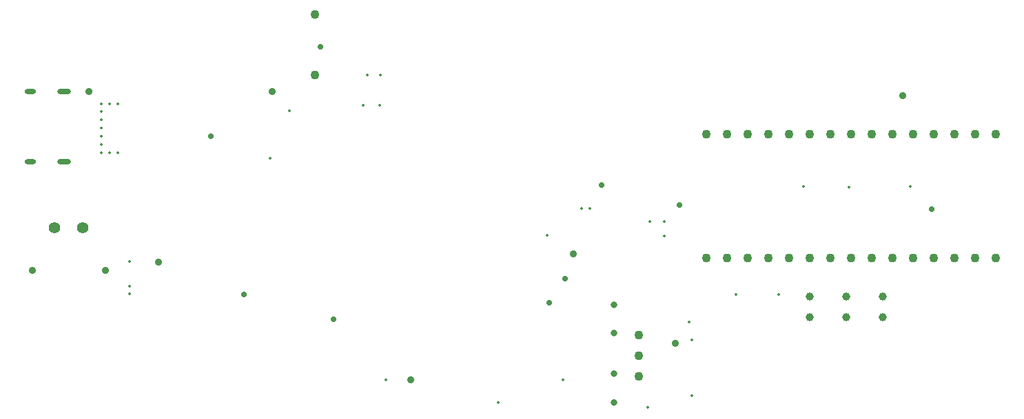
<source format=gbr>
%TF.GenerationSoftware,Altium Limited,Altium Designer,21.0.9 (235)*%
G04 Layer_Color=0*
%FSLAX45Y45*%
%MOMM*%
%TF.SameCoordinates,4BE4B6C8-753D-4877-B088-52E4D9ED0B03*%
%TF.FilePolarity,Positive*%
%TF.FileFunction,Plated,1,2,PTH,Drill*%
%TF.Part,Single*%
G01*
G75*
%TA.AperFunction,ComponentDrill*%
%ADD93C,0.90000*%
%ADD95C,1.10000*%
%ADD96C,1.00000*%
%ADD97C,0.90000*%
%ADD98C,1.40000*%
%ADD99O,1.70000X0.60000*%
%ADD100O,1.40000X0.60000*%
%ADD101C,0.80000*%
%TA.AperFunction,ViaDrill,NotFilled*%
%ADD102C,0.35000*%
%ADD103C,0.71120*%
D93*
X10900000Y6050000D02*
D03*
X8900000Y4500000D02*
D03*
D95*
X16086000Y6000000D02*
D03*
X15832001D02*
D03*
X15578000D02*
D03*
X15324001D02*
D03*
X15070000D02*
D03*
X14816000D02*
D03*
X14562000D02*
D03*
X14308000D02*
D03*
X14053999D02*
D03*
X13800000D02*
D03*
X13546001D02*
D03*
X13292000D02*
D03*
X13038000D02*
D03*
X12784000D02*
D03*
X12530000D02*
D03*
Y7524000D02*
D03*
X12784000D02*
D03*
X13038000D02*
D03*
X13292000D02*
D03*
X13546001D02*
D03*
X13800000D02*
D03*
X14053999D02*
D03*
X14308000D02*
D03*
X14562000D02*
D03*
X14816000D02*
D03*
X15070000D02*
D03*
X15324001D02*
D03*
X15578000D02*
D03*
X15832001D02*
D03*
X16086000D02*
D03*
X11700000Y5054000D02*
D03*
Y4800000D02*
D03*
Y4546000D02*
D03*
X7725000Y9000000D02*
D03*
Y8250000D02*
D03*
D96*
X14250000Y5273000D02*
D03*
Y5527000D02*
D03*
X13800000Y5273000D02*
D03*
Y5527000D02*
D03*
X14700000Y5273000D02*
D03*
Y5527000D02*
D03*
D97*
X5800000Y5950000D02*
D03*
X5150000Y5850000D02*
D03*
X4250000D02*
D03*
X12150000Y4950000D02*
D03*
X14950000Y8000000D02*
D03*
X7200000Y8050000D02*
D03*
X4950000D02*
D03*
D98*
X4875000Y6370000D02*
D03*
X4525000D02*
D03*
D99*
X4643000Y8050000D02*
D03*
Y7186000D02*
D03*
D100*
X4225000Y8050000D02*
D03*
Y7186000D02*
D03*
D101*
X11400000Y5075000D02*
D03*
Y5425000D02*
D03*
Y4225000D02*
D03*
Y4575000D02*
D03*
D102*
X7175000Y7225000D02*
D03*
X10775000Y4500000D02*
D03*
X9975000Y4225000D02*
D03*
X13425000Y5550000D02*
D03*
X12900000D02*
D03*
X11100000Y6610000D02*
D03*
X11000000D02*
D03*
X10580000Y6280000D02*
D03*
X15039999Y6880000D02*
D03*
X13730000D02*
D03*
X14289999Y6870000D02*
D03*
X12360000Y4990000D02*
D03*
X12320000Y5210000D02*
D03*
X12360000Y4310000D02*
D03*
X11810000Y4160000D02*
D03*
X5450000Y5560000D02*
D03*
Y5650000D02*
D03*
Y5960000D02*
D03*
X12020000Y6270000D02*
D03*
Y6450000D02*
D03*
X11840000D02*
D03*
X7410000Y7810000D02*
D03*
X8520000Y7880000D02*
D03*
X8530000Y8250000D02*
D03*
X8320000Y7880000D02*
D03*
X8370000Y8250000D02*
D03*
X8600000Y4500000D02*
D03*
X5300000Y7900000D02*
D03*
X5200000D02*
D03*
X5100000D02*
D03*
Y7800000D02*
D03*
Y7700000D02*
D03*
Y7600000D02*
D03*
Y7500000D02*
D03*
Y7400000D02*
D03*
X5300000Y7300000D02*
D03*
X5200000D02*
D03*
X5100000D02*
D03*
D103*
X15300000Y6600000D02*
D03*
X7791500Y8600000D02*
D03*
X11250000Y6900000D02*
D03*
X12200000Y6650000D02*
D03*
X10800000Y5750000D02*
D03*
X10600000Y5450000D02*
D03*
X6850000Y5550000D02*
D03*
X7950000Y5250000D02*
D03*
X6450000Y7500000D02*
D03*
%TF.MD5,028d0ec68c418c4adbbed2137372469e*%
M02*

</source>
